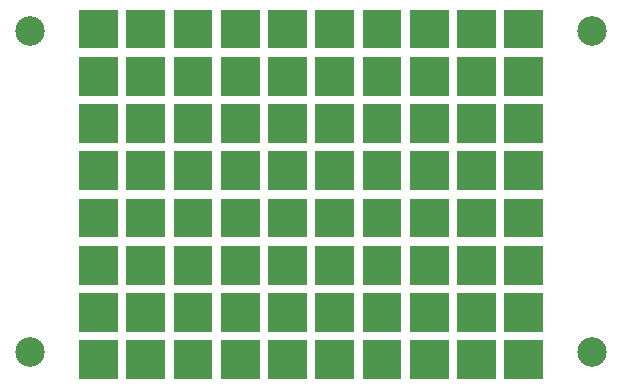
<source format=gbr>
%TF.GenerationSoftware,KiCad,Pcbnew,(6.0.10)*%
%TF.CreationDate,2023-01-10T20:09:20-08:00*%
%TF.ProjectId,pico8t-diffuser,7069636f-3874-42d6-9469-666675736572,rev?*%
%TF.SameCoordinates,Original*%
%TF.FileFunction,Soldermask,Bot*%
%TF.FilePolarity,Negative*%
%FSLAX46Y46*%
G04 Gerber Fmt 4.6, Leading zero omitted, Abs format (unit mm)*
G04 Created by KiCad (PCBNEW (6.0.10)) date 2023-01-10 20:09:20*
%MOMM*%
%LPD*%
G01*
G04 APERTURE LIST*
%ADD10C,0.120000*%
%ADD11C,2.500000*%
G04 APERTURE END LIST*
D10*
%TO.C,D42*%
X50410000Y-29580000D02*
X53610000Y-29580000D01*
X53610000Y-29580000D02*
X53610000Y-32780000D01*
X53610000Y-32780000D02*
X50410000Y-32780000D01*
X50410000Y-32780000D02*
X50410000Y-29580000D01*
G36*
X50410000Y-29580000D02*
G01*
X53610000Y-29580000D01*
X53610000Y-32780000D01*
X50410000Y-32780000D01*
X50410000Y-29580000D01*
G37*
%TO.C,D45*%
X62410000Y-29580000D02*
X65610000Y-29580000D01*
X65610000Y-29580000D02*
X65610000Y-32780000D01*
X65610000Y-32780000D02*
X62410000Y-32780000D01*
X62410000Y-32780000D02*
X62410000Y-29580000D01*
G36*
X62410000Y-29580000D02*
G01*
X65610000Y-29580000D01*
X65610000Y-32780000D01*
X62410000Y-32780000D01*
X62410000Y-29580000D01*
G37*
%TO.C,D51*%
X46410000Y-33580000D02*
X49610000Y-33580000D01*
X49610000Y-33580000D02*
X49610000Y-36780000D01*
X49610000Y-36780000D02*
X46410000Y-36780000D01*
X46410000Y-36780000D02*
X46410000Y-33580000D01*
G36*
X46410000Y-33580000D02*
G01*
X49610000Y-33580000D01*
X49610000Y-36780000D01*
X46410000Y-36780000D01*
X46410000Y-33580000D01*
G37*
%TO.C,D76*%
X66410000Y-41580000D02*
X69610000Y-41580000D01*
X69610000Y-41580000D02*
X69610000Y-44780000D01*
X69610000Y-44780000D02*
X66410000Y-44780000D01*
X66410000Y-44780000D02*
X66410000Y-41580000D01*
G36*
X66410000Y-41580000D02*
G01*
X69610000Y-41580000D01*
X69610000Y-44780000D01*
X66410000Y-44780000D01*
X66410000Y-41580000D01*
G37*
%TO.C,D73*%
X54410000Y-41580000D02*
X57610000Y-41580000D01*
X57610000Y-41580000D02*
X57610000Y-44780000D01*
X57610000Y-44780000D02*
X54410000Y-44780000D01*
X54410000Y-44780000D02*
X54410000Y-41580000D01*
G36*
X54410000Y-41580000D02*
G01*
X57610000Y-41580000D01*
X57610000Y-44780000D01*
X54410000Y-44780000D01*
X54410000Y-41580000D01*
G37*
%TO.C,D61*%
X46410000Y-37580000D02*
X49610000Y-37580000D01*
X49610000Y-37580000D02*
X49610000Y-40780000D01*
X49610000Y-40780000D02*
X46410000Y-40780000D01*
X46410000Y-40780000D02*
X46410000Y-37580000D01*
G36*
X46410000Y-37580000D02*
G01*
X49610000Y-37580000D01*
X49610000Y-40780000D01*
X46410000Y-40780000D01*
X46410000Y-37580000D01*
G37*
%TO.C,D14*%
X58410000Y-17580000D02*
X61610000Y-17580000D01*
X61610000Y-17580000D02*
X61610000Y-20780000D01*
X61610000Y-20780000D02*
X58410000Y-20780000D01*
X58410000Y-20780000D02*
X58410000Y-17580000D01*
G36*
X58410000Y-17580000D02*
G01*
X61610000Y-17580000D01*
X61610000Y-20780000D01*
X58410000Y-20780000D01*
X58410000Y-17580000D01*
G37*
%TO.C,D1*%
X46410000Y-13580000D02*
X49610000Y-13580000D01*
X49610000Y-13580000D02*
X49610000Y-16780000D01*
X49610000Y-16780000D02*
X46410000Y-16780000D01*
X46410000Y-16780000D02*
X46410000Y-13580000D01*
G36*
X46410000Y-13580000D02*
G01*
X49610000Y-13580000D01*
X49610000Y-16780000D01*
X46410000Y-16780000D01*
X46410000Y-13580000D01*
G37*
%TO.C,D24*%
X58410000Y-21580000D02*
X61610000Y-21580000D01*
X61610000Y-21580000D02*
X61610000Y-24780000D01*
X61610000Y-24780000D02*
X58410000Y-24780000D01*
X58410000Y-24780000D02*
X58410000Y-21580000D01*
G36*
X58410000Y-21580000D02*
G01*
X61610000Y-21580000D01*
X61610000Y-24780000D01*
X58410000Y-24780000D01*
X58410000Y-21580000D01*
G37*
%TO.C,D20*%
X42410000Y-21580000D02*
X45610000Y-21580000D01*
X45610000Y-21580000D02*
X45610000Y-24780000D01*
X45610000Y-24780000D02*
X42410000Y-24780000D01*
X42410000Y-24780000D02*
X42410000Y-21580000D01*
G36*
X42410000Y-21580000D02*
G01*
X45610000Y-21580000D01*
X45610000Y-24780000D01*
X42410000Y-24780000D01*
X42410000Y-21580000D01*
G37*
%TO.C,D33*%
X54410000Y-25580000D02*
X57610000Y-25580000D01*
X57610000Y-25580000D02*
X57610000Y-28780000D01*
X57610000Y-28780000D02*
X54410000Y-28780000D01*
X54410000Y-28780000D02*
X54410000Y-25580000D01*
G36*
X54410000Y-25580000D02*
G01*
X57610000Y-25580000D01*
X57610000Y-28780000D01*
X54410000Y-28780000D01*
X54410000Y-25580000D01*
G37*
%TO.C,D7*%
X70410000Y-13580000D02*
X73610000Y-13580000D01*
X73610000Y-13580000D02*
X73610000Y-16780000D01*
X73610000Y-16780000D02*
X70410000Y-16780000D01*
X70410000Y-16780000D02*
X70410000Y-13580000D01*
G36*
X70410000Y-13580000D02*
G01*
X73610000Y-13580000D01*
X73610000Y-16780000D01*
X70410000Y-16780000D01*
X70410000Y-13580000D01*
G37*
%TO.C,D59*%
X78410000Y-33580000D02*
X81610000Y-33580000D01*
X81610000Y-33580000D02*
X81610000Y-36780000D01*
X81610000Y-36780000D02*
X78410000Y-36780000D01*
X78410000Y-36780000D02*
X78410000Y-33580000D01*
G36*
X78410000Y-33580000D02*
G01*
X81610000Y-33580000D01*
X81610000Y-36780000D01*
X78410000Y-36780000D01*
X78410000Y-33580000D01*
G37*
%TO.C,D2*%
X50410000Y-13580000D02*
X53610000Y-13580000D01*
X53610000Y-13580000D02*
X53610000Y-16780000D01*
X53610000Y-16780000D02*
X50410000Y-16780000D01*
X50410000Y-16780000D02*
X50410000Y-13580000D01*
G36*
X50410000Y-13580000D02*
G01*
X53610000Y-13580000D01*
X53610000Y-16780000D01*
X50410000Y-16780000D01*
X50410000Y-13580000D01*
G37*
%TO.C,D5*%
X62410000Y-13580000D02*
X65610000Y-13580000D01*
X65610000Y-13580000D02*
X65610000Y-16780000D01*
X65610000Y-16780000D02*
X62410000Y-16780000D01*
X62410000Y-16780000D02*
X62410000Y-13580000D01*
G36*
X62410000Y-13580000D02*
G01*
X65610000Y-13580000D01*
X65610000Y-16780000D01*
X62410000Y-16780000D01*
X62410000Y-13580000D01*
G37*
%TO.C,D50*%
X42410000Y-33580000D02*
X45610000Y-33580000D01*
X45610000Y-33580000D02*
X45610000Y-36780000D01*
X45610000Y-36780000D02*
X42410000Y-36780000D01*
X42410000Y-36780000D02*
X42410000Y-33580000D01*
G36*
X42410000Y-33580000D02*
G01*
X45610000Y-33580000D01*
X45610000Y-36780000D01*
X42410000Y-36780000D01*
X42410000Y-33580000D01*
G37*
%TO.C,D9*%
X78410000Y-13580000D02*
X81610000Y-13580000D01*
X81610000Y-13580000D02*
X81610000Y-16780000D01*
X81610000Y-16780000D02*
X78410000Y-16780000D01*
X78410000Y-16780000D02*
X78410000Y-13580000D01*
G36*
X78410000Y-13580000D02*
G01*
X81610000Y-13580000D01*
X81610000Y-16780000D01*
X78410000Y-16780000D01*
X78410000Y-13580000D01*
G37*
%TO.C,D22*%
X50410000Y-21580000D02*
X53610000Y-21580000D01*
X53610000Y-21580000D02*
X53610000Y-24780000D01*
X53610000Y-24780000D02*
X50410000Y-24780000D01*
X50410000Y-24780000D02*
X50410000Y-21580000D01*
G36*
X50410000Y-21580000D02*
G01*
X53610000Y-21580000D01*
X53610000Y-24780000D01*
X50410000Y-24780000D01*
X50410000Y-21580000D01*
G37*
%TO.C,D28*%
X74410000Y-21580000D02*
X77610000Y-21580000D01*
X77610000Y-21580000D02*
X77610000Y-24780000D01*
X77610000Y-24780000D02*
X74410000Y-24780000D01*
X74410000Y-24780000D02*
X74410000Y-21580000D01*
G36*
X74410000Y-21580000D02*
G01*
X77610000Y-21580000D01*
X77610000Y-24780000D01*
X74410000Y-24780000D01*
X74410000Y-21580000D01*
G37*
%TO.C,D46*%
X66410000Y-29580000D02*
X69610000Y-29580000D01*
X69610000Y-29580000D02*
X69610000Y-32780000D01*
X69610000Y-32780000D02*
X66410000Y-32780000D01*
X66410000Y-32780000D02*
X66410000Y-29580000D01*
G36*
X66410000Y-29580000D02*
G01*
X69610000Y-29580000D01*
X69610000Y-32780000D01*
X66410000Y-32780000D01*
X66410000Y-29580000D01*
G37*
%TO.C,D17*%
X70410000Y-17580000D02*
X73610000Y-17580000D01*
X73610000Y-17580000D02*
X73610000Y-20780000D01*
X73610000Y-20780000D02*
X70410000Y-20780000D01*
X70410000Y-20780000D02*
X70410000Y-17580000D01*
G36*
X70410000Y-17580000D02*
G01*
X73610000Y-17580000D01*
X73610000Y-20780000D01*
X70410000Y-20780000D01*
X70410000Y-17580000D01*
G37*
%TO.C,D29*%
X78410000Y-21580000D02*
X81610000Y-21580000D01*
X81610000Y-21580000D02*
X81610000Y-24780000D01*
X81610000Y-24780000D02*
X78410000Y-24780000D01*
X78410000Y-24780000D02*
X78410000Y-21580000D01*
G36*
X78410000Y-21580000D02*
G01*
X81610000Y-21580000D01*
X81610000Y-24780000D01*
X78410000Y-24780000D01*
X78410000Y-21580000D01*
G37*
%TO.C,D18*%
X74410000Y-17580000D02*
X77610000Y-17580000D01*
X77610000Y-17580000D02*
X77610000Y-20780000D01*
X77610000Y-20780000D02*
X74410000Y-20780000D01*
X74410000Y-20780000D02*
X74410000Y-17580000D01*
G36*
X74410000Y-17580000D02*
G01*
X77610000Y-17580000D01*
X77610000Y-20780000D01*
X74410000Y-20780000D01*
X74410000Y-17580000D01*
G37*
%TO.C,D37*%
X70410000Y-25580000D02*
X73610000Y-25580000D01*
X73610000Y-25580000D02*
X73610000Y-28780000D01*
X73610000Y-28780000D02*
X70410000Y-28780000D01*
X70410000Y-28780000D02*
X70410000Y-25580000D01*
G36*
X70410000Y-25580000D02*
G01*
X73610000Y-25580000D01*
X73610000Y-28780000D01*
X70410000Y-28780000D01*
X70410000Y-25580000D01*
G37*
%TO.C,D56*%
X66410000Y-33580000D02*
X69610000Y-33580000D01*
X69610000Y-33580000D02*
X69610000Y-36780000D01*
X69610000Y-36780000D02*
X66410000Y-36780000D01*
X66410000Y-36780000D02*
X66410000Y-33580000D01*
G36*
X66410000Y-33580000D02*
G01*
X69610000Y-33580000D01*
X69610000Y-36780000D01*
X66410000Y-36780000D01*
X66410000Y-33580000D01*
G37*
%TO.C,D19*%
X78410000Y-17580000D02*
X81610000Y-17580000D01*
X81610000Y-17580000D02*
X81610000Y-20780000D01*
X81610000Y-20780000D02*
X78410000Y-20780000D01*
X78410000Y-20780000D02*
X78410000Y-17580000D01*
G36*
X78410000Y-17580000D02*
G01*
X81610000Y-17580000D01*
X81610000Y-20780000D01*
X78410000Y-20780000D01*
X78410000Y-17580000D01*
G37*
%TO.C,D53*%
X54410000Y-33580000D02*
X57610000Y-33580000D01*
X57610000Y-33580000D02*
X57610000Y-36780000D01*
X57610000Y-36780000D02*
X54410000Y-36780000D01*
X54410000Y-36780000D02*
X54410000Y-33580000D01*
G36*
X54410000Y-33580000D02*
G01*
X57610000Y-33580000D01*
X57610000Y-36780000D01*
X54410000Y-36780000D01*
X54410000Y-33580000D01*
G37*
%TO.C,D47*%
X70410000Y-29580000D02*
X73610000Y-29580000D01*
X73610000Y-29580000D02*
X73610000Y-32780000D01*
X73610000Y-32780000D02*
X70410000Y-32780000D01*
X70410000Y-32780000D02*
X70410000Y-29580000D01*
G36*
X70410000Y-29580000D02*
G01*
X73610000Y-29580000D01*
X73610000Y-32780000D01*
X70410000Y-32780000D01*
X70410000Y-29580000D01*
G37*
%TO.C,D69*%
X78410000Y-37580000D02*
X81610000Y-37580000D01*
X81610000Y-37580000D02*
X81610000Y-40780000D01*
X81610000Y-40780000D02*
X78410000Y-40780000D01*
X78410000Y-40780000D02*
X78410000Y-37580000D01*
G36*
X78410000Y-37580000D02*
G01*
X81610000Y-37580000D01*
X81610000Y-40780000D01*
X78410000Y-40780000D01*
X78410000Y-37580000D01*
G37*
%TO.C,D67*%
X70410000Y-37580000D02*
X73610000Y-37580000D01*
X73610000Y-37580000D02*
X73610000Y-40780000D01*
X73610000Y-40780000D02*
X70410000Y-40780000D01*
X70410000Y-40780000D02*
X70410000Y-37580000D01*
G36*
X70410000Y-37580000D02*
G01*
X73610000Y-37580000D01*
X73610000Y-40780000D01*
X70410000Y-40780000D01*
X70410000Y-37580000D01*
G37*
%TO.C,D43*%
X54410000Y-29580000D02*
X57610000Y-29580000D01*
X57610000Y-29580000D02*
X57610000Y-32780000D01*
X57610000Y-32780000D02*
X54410000Y-32780000D01*
X54410000Y-32780000D02*
X54410000Y-29580000D01*
G36*
X54410000Y-29580000D02*
G01*
X57610000Y-29580000D01*
X57610000Y-32780000D01*
X54410000Y-32780000D01*
X54410000Y-29580000D01*
G37*
%TO.C,D68*%
X74410000Y-37580000D02*
X77610000Y-37580000D01*
X77610000Y-37580000D02*
X77610000Y-40780000D01*
X77610000Y-40780000D02*
X74410000Y-40780000D01*
X74410000Y-40780000D02*
X74410000Y-37580000D01*
G36*
X74410000Y-37580000D02*
G01*
X77610000Y-37580000D01*
X77610000Y-40780000D01*
X74410000Y-40780000D01*
X74410000Y-37580000D01*
G37*
%TO.C,D58*%
X74410000Y-33580000D02*
X77610000Y-33580000D01*
X77610000Y-33580000D02*
X77610000Y-36780000D01*
X77610000Y-36780000D02*
X74410000Y-36780000D01*
X74410000Y-36780000D02*
X74410000Y-33580000D01*
G36*
X74410000Y-33580000D02*
G01*
X77610000Y-33580000D01*
X77610000Y-36780000D01*
X74410000Y-36780000D01*
X74410000Y-33580000D01*
G37*
%TO.C,D64*%
X58410000Y-37580000D02*
X61610000Y-37580000D01*
X61610000Y-37580000D02*
X61610000Y-40780000D01*
X61610000Y-40780000D02*
X58410000Y-40780000D01*
X58410000Y-40780000D02*
X58410000Y-37580000D01*
G36*
X58410000Y-37580000D02*
G01*
X61610000Y-37580000D01*
X61610000Y-40780000D01*
X58410000Y-40780000D01*
X58410000Y-37580000D01*
G37*
%TO.C,D71*%
X46410000Y-41580000D02*
X49610000Y-41580000D01*
X49610000Y-41580000D02*
X49610000Y-44780000D01*
X49610000Y-44780000D02*
X46410000Y-44780000D01*
X46410000Y-44780000D02*
X46410000Y-41580000D01*
G36*
X46410000Y-41580000D02*
G01*
X49610000Y-41580000D01*
X49610000Y-44780000D01*
X46410000Y-44780000D01*
X46410000Y-41580000D01*
G37*
%TO.C,D0*%
X42410000Y-13580000D02*
X45610000Y-13580000D01*
X45610000Y-13580000D02*
X45610000Y-16780000D01*
X45610000Y-16780000D02*
X42410000Y-16780000D01*
X42410000Y-16780000D02*
X42410000Y-13580000D01*
G36*
X42410000Y-13580000D02*
G01*
X45610000Y-13580000D01*
X45610000Y-16780000D01*
X42410000Y-16780000D01*
X42410000Y-13580000D01*
G37*
%TO.C,D26*%
X66410000Y-21580000D02*
X69610000Y-21580000D01*
X69610000Y-21580000D02*
X69610000Y-24780000D01*
X69610000Y-24780000D02*
X66410000Y-24780000D01*
X66410000Y-24780000D02*
X66410000Y-21580000D01*
G36*
X66410000Y-21580000D02*
G01*
X69610000Y-21580000D01*
X69610000Y-24780000D01*
X66410000Y-24780000D01*
X66410000Y-21580000D01*
G37*
%TO.C,D4*%
X58410000Y-13580000D02*
X61610000Y-13580000D01*
X61610000Y-13580000D02*
X61610000Y-16780000D01*
X61610000Y-16780000D02*
X58410000Y-16780000D01*
X58410000Y-16780000D02*
X58410000Y-13580000D01*
G36*
X58410000Y-13580000D02*
G01*
X61610000Y-13580000D01*
X61610000Y-16780000D01*
X58410000Y-16780000D01*
X58410000Y-13580000D01*
G37*
%TO.C,D40*%
X42410000Y-29580000D02*
X45610000Y-29580000D01*
X45610000Y-29580000D02*
X45610000Y-32780000D01*
X45610000Y-32780000D02*
X42410000Y-32780000D01*
X42410000Y-32780000D02*
X42410000Y-29580000D01*
G36*
X42410000Y-29580000D02*
G01*
X45610000Y-29580000D01*
X45610000Y-32780000D01*
X42410000Y-32780000D01*
X42410000Y-29580000D01*
G37*
%TO.C,D60*%
X42410000Y-37580000D02*
X45610000Y-37580000D01*
X45610000Y-37580000D02*
X45610000Y-40780000D01*
X45610000Y-40780000D02*
X42410000Y-40780000D01*
X42410000Y-40780000D02*
X42410000Y-37580000D01*
G36*
X42410000Y-37580000D02*
G01*
X45610000Y-37580000D01*
X45610000Y-40780000D01*
X42410000Y-40780000D01*
X42410000Y-37580000D01*
G37*
%TO.C,D31*%
X46410000Y-25580000D02*
X49610000Y-25580000D01*
X49610000Y-25580000D02*
X49610000Y-28780000D01*
X49610000Y-28780000D02*
X46410000Y-28780000D01*
X46410000Y-28780000D02*
X46410000Y-25580000D01*
G36*
X46410000Y-25580000D02*
G01*
X49610000Y-25580000D01*
X49610000Y-28780000D01*
X46410000Y-28780000D01*
X46410000Y-25580000D01*
G37*
%TO.C,D36*%
X66410000Y-25580000D02*
X69610000Y-25580000D01*
X69610000Y-25580000D02*
X69610000Y-28780000D01*
X69610000Y-28780000D02*
X66410000Y-28780000D01*
X66410000Y-28780000D02*
X66410000Y-25580000D01*
G36*
X66410000Y-25580000D02*
G01*
X69610000Y-25580000D01*
X69610000Y-28780000D01*
X66410000Y-28780000D01*
X66410000Y-25580000D01*
G37*
%TO.C,D52*%
X50410000Y-33580000D02*
X53610000Y-33580000D01*
X53610000Y-33580000D02*
X53610000Y-36780000D01*
X53610000Y-36780000D02*
X50410000Y-36780000D01*
X50410000Y-36780000D02*
X50410000Y-33580000D01*
G36*
X50410000Y-33580000D02*
G01*
X53610000Y-33580000D01*
X53610000Y-36780000D01*
X50410000Y-36780000D01*
X50410000Y-33580000D01*
G37*
%TO.C,D39*%
X78410000Y-25580000D02*
X81610000Y-25580000D01*
X81610000Y-25580000D02*
X81610000Y-28780000D01*
X81610000Y-28780000D02*
X78410000Y-28780000D01*
X78410000Y-28780000D02*
X78410000Y-25580000D01*
G36*
X78410000Y-25580000D02*
G01*
X81610000Y-25580000D01*
X81610000Y-28780000D01*
X78410000Y-28780000D01*
X78410000Y-25580000D01*
G37*
%TO.C,D49*%
X78410000Y-29580000D02*
X81610000Y-29580000D01*
X81610000Y-29580000D02*
X81610000Y-32780000D01*
X81610000Y-32780000D02*
X78410000Y-32780000D01*
X78410000Y-32780000D02*
X78410000Y-29580000D01*
G36*
X78410000Y-29580000D02*
G01*
X81610000Y-29580000D01*
X81610000Y-32780000D01*
X78410000Y-32780000D01*
X78410000Y-29580000D01*
G37*
%TO.C,D38*%
X74410000Y-25580000D02*
X77610000Y-25580000D01*
X77610000Y-25580000D02*
X77610000Y-28780000D01*
X77610000Y-28780000D02*
X74410000Y-28780000D01*
X74410000Y-28780000D02*
X74410000Y-25580000D01*
G36*
X74410000Y-25580000D02*
G01*
X77610000Y-25580000D01*
X77610000Y-28780000D01*
X74410000Y-28780000D01*
X74410000Y-25580000D01*
G37*
%TO.C,D62*%
X50410000Y-37580000D02*
X53610000Y-37580000D01*
X53610000Y-37580000D02*
X53610000Y-40780000D01*
X53610000Y-40780000D02*
X50410000Y-40780000D01*
X50410000Y-40780000D02*
X50410000Y-37580000D01*
G36*
X50410000Y-37580000D02*
G01*
X53610000Y-37580000D01*
X53610000Y-40780000D01*
X50410000Y-40780000D01*
X50410000Y-37580000D01*
G37*
%TO.C,D8*%
X74410000Y-13580000D02*
X77610000Y-13580000D01*
X77610000Y-13580000D02*
X77610000Y-16780000D01*
X77610000Y-16780000D02*
X74410000Y-16780000D01*
X74410000Y-16780000D02*
X74410000Y-13580000D01*
G36*
X74410000Y-13580000D02*
G01*
X77610000Y-13580000D01*
X77610000Y-16780000D01*
X74410000Y-16780000D01*
X74410000Y-13580000D01*
G37*
%TO.C,D34*%
X58410000Y-25580000D02*
X61610000Y-25580000D01*
X61610000Y-25580000D02*
X61610000Y-28780000D01*
X61610000Y-28780000D02*
X58410000Y-28780000D01*
X58410000Y-28780000D02*
X58410000Y-25580000D01*
G36*
X58410000Y-25580000D02*
G01*
X61610000Y-25580000D01*
X61610000Y-28780000D01*
X58410000Y-28780000D01*
X58410000Y-25580000D01*
G37*
%TO.C,D55*%
X62410000Y-33580000D02*
X65610000Y-33580000D01*
X65610000Y-33580000D02*
X65610000Y-36780000D01*
X65610000Y-36780000D02*
X62410000Y-36780000D01*
X62410000Y-36780000D02*
X62410000Y-33580000D01*
G36*
X62410000Y-33580000D02*
G01*
X65610000Y-33580000D01*
X65610000Y-36780000D01*
X62410000Y-36780000D01*
X62410000Y-33580000D01*
G37*
%TO.C,D75*%
X62410000Y-41580000D02*
X65610000Y-41580000D01*
X65610000Y-41580000D02*
X65610000Y-44780000D01*
X65610000Y-44780000D02*
X62410000Y-44780000D01*
X62410000Y-44780000D02*
X62410000Y-41580000D01*
G36*
X62410000Y-41580000D02*
G01*
X65610000Y-41580000D01*
X65610000Y-44780000D01*
X62410000Y-44780000D01*
X62410000Y-41580000D01*
G37*
%TO.C,D74*%
X58410000Y-41580000D02*
X61610000Y-41580000D01*
X61610000Y-41580000D02*
X61610000Y-44780000D01*
X61610000Y-44780000D02*
X58410000Y-44780000D01*
X58410000Y-44780000D02*
X58410000Y-41580000D01*
G36*
X58410000Y-41580000D02*
G01*
X61610000Y-41580000D01*
X61610000Y-44780000D01*
X58410000Y-44780000D01*
X58410000Y-41580000D01*
G37*
%TO.C,D70*%
X42410000Y-41580000D02*
X45610000Y-41580000D01*
X45610000Y-41580000D02*
X45610000Y-44780000D01*
X45610000Y-44780000D02*
X42410000Y-44780000D01*
X42410000Y-44780000D02*
X42410000Y-41580000D01*
G36*
X42410000Y-41580000D02*
G01*
X45610000Y-41580000D01*
X45610000Y-44780000D01*
X42410000Y-44780000D01*
X42410000Y-41580000D01*
G37*
%TO.C,D54*%
X58410000Y-33580000D02*
X61610000Y-33580000D01*
X61610000Y-33580000D02*
X61610000Y-36780000D01*
X61610000Y-36780000D02*
X58410000Y-36780000D01*
X58410000Y-36780000D02*
X58410000Y-33580000D01*
G36*
X58410000Y-33580000D02*
G01*
X61610000Y-33580000D01*
X61610000Y-36780000D01*
X58410000Y-36780000D01*
X58410000Y-33580000D01*
G37*
%TO.C,D25*%
X62410000Y-21580000D02*
X65610000Y-21580000D01*
X65610000Y-21580000D02*
X65610000Y-24780000D01*
X65610000Y-24780000D02*
X62410000Y-24780000D01*
X62410000Y-24780000D02*
X62410000Y-21580000D01*
G36*
X62410000Y-21580000D02*
G01*
X65610000Y-21580000D01*
X65610000Y-24780000D01*
X62410000Y-24780000D01*
X62410000Y-21580000D01*
G37*
%TO.C,D66*%
X66410000Y-37580000D02*
X69610000Y-37580000D01*
X69610000Y-37580000D02*
X69610000Y-40780000D01*
X69610000Y-40780000D02*
X66410000Y-40780000D01*
X66410000Y-40780000D02*
X66410000Y-37580000D01*
G36*
X66410000Y-37580000D02*
G01*
X69610000Y-37580000D01*
X69610000Y-40780000D01*
X66410000Y-40780000D01*
X66410000Y-37580000D01*
G37*
%TO.C,D12*%
X50410000Y-17580000D02*
X53610000Y-17580000D01*
X53610000Y-17580000D02*
X53610000Y-20780000D01*
X53610000Y-20780000D02*
X50410000Y-20780000D01*
X50410000Y-20780000D02*
X50410000Y-17580000D01*
G36*
X50410000Y-17580000D02*
G01*
X53610000Y-17580000D01*
X53610000Y-20780000D01*
X50410000Y-20780000D01*
X50410000Y-17580000D01*
G37*
%TO.C,D13*%
X54410000Y-17580000D02*
X57610000Y-17580000D01*
X57610000Y-17580000D02*
X57610000Y-20780000D01*
X57610000Y-20780000D02*
X54410000Y-20780000D01*
X54410000Y-20780000D02*
X54410000Y-17580000D01*
G36*
X54410000Y-17580000D02*
G01*
X57610000Y-17580000D01*
X57610000Y-20780000D01*
X54410000Y-20780000D01*
X54410000Y-17580000D01*
G37*
%TO.C,D48*%
X74410000Y-29580000D02*
X77610000Y-29580000D01*
X77610000Y-29580000D02*
X77610000Y-32780000D01*
X77610000Y-32780000D02*
X74410000Y-32780000D01*
X74410000Y-32780000D02*
X74410000Y-29580000D01*
G36*
X74410000Y-29580000D02*
G01*
X77610000Y-29580000D01*
X77610000Y-32780000D01*
X74410000Y-32780000D01*
X74410000Y-29580000D01*
G37*
%TO.C,D63*%
X54410000Y-37580000D02*
X57610000Y-37580000D01*
X57610000Y-37580000D02*
X57610000Y-40780000D01*
X57610000Y-40780000D02*
X54410000Y-40780000D01*
X54410000Y-40780000D02*
X54410000Y-37580000D01*
G36*
X54410000Y-37580000D02*
G01*
X57610000Y-37580000D01*
X57610000Y-40780000D01*
X54410000Y-40780000D01*
X54410000Y-37580000D01*
G37*
%TO.C,D44*%
X58410000Y-29580000D02*
X61610000Y-29580000D01*
X61610000Y-29580000D02*
X61610000Y-32780000D01*
X61610000Y-32780000D02*
X58410000Y-32780000D01*
X58410000Y-32780000D02*
X58410000Y-29580000D01*
G36*
X58410000Y-29580000D02*
G01*
X61610000Y-29580000D01*
X61610000Y-32780000D01*
X58410000Y-32780000D01*
X58410000Y-29580000D01*
G37*
%TO.C,D16*%
X66410000Y-17580000D02*
X69610000Y-17580000D01*
X69610000Y-17580000D02*
X69610000Y-20780000D01*
X69610000Y-20780000D02*
X66410000Y-20780000D01*
X66410000Y-20780000D02*
X66410000Y-17580000D01*
G36*
X66410000Y-17580000D02*
G01*
X69610000Y-17580000D01*
X69610000Y-20780000D01*
X66410000Y-20780000D01*
X66410000Y-17580000D01*
G37*
%TO.C,D6*%
X66410000Y-13580000D02*
X69610000Y-13580000D01*
X69610000Y-13580000D02*
X69610000Y-16780000D01*
X69610000Y-16780000D02*
X66410000Y-16780000D01*
X66410000Y-16780000D02*
X66410000Y-13580000D01*
G36*
X66410000Y-13580000D02*
G01*
X69610000Y-13580000D01*
X69610000Y-16780000D01*
X66410000Y-16780000D01*
X66410000Y-13580000D01*
G37*
%TO.C,D10*%
X42410000Y-17580000D02*
X45610000Y-17580000D01*
X45610000Y-17580000D02*
X45610000Y-20780000D01*
X45610000Y-20780000D02*
X42410000Y-20780000D01*
X42410000Y-20780000D02*
X42410000Y-17580000D01*
G36*
X42410000Y-17580000D02*
G01*
X45610000Y-17580000D01*
X45610000Y-20780000D01*
X42410000Y-20780000D01*
X42410000Y-17580000D01*
G37*
%TO.C,D79*%
X78410000Y-41580000D02*
X81610000Y-41580000D01*
X81610000Y-41580000D02*
X81610000Y-44780000D01*
X81610000Y-44780000D02*
X78410000Y-44780000D01*
X78410000Y-44780000D02*
X78410000Y-41580000D01*
G36*
X78410000Y-41580000D02*
G01*
X81610000Y-41580000D01*
X81610000Y-44780000D01*
X78410000Y-44780000D01*
X78410000Y-41580000D01*
G37*
%TO.C,D65*%
X62410000Y-37580000D02*
X65610000Y-37580000D01*
X65610000Y-37580000D02*
X65610000Y-40780000D01*
X65610000Y-40780000D02*
X62410000Y-40780000D01*
X62410000Y-40780000D02*
X62410000Y-37580000D01*
G36*
X62410000Y-37580000D02*
G01*
X65610000Y-37580000D01*
X65610000Y-40780000D01*
X62410000Y-40780000D01*
X62410000Y-37580000D01*
G37*
%TO.C,D57*%
X70410000Y-33580000D02*
X73610000Y-33580000D01*
X73610000Y-33580000D02*
X73610000Y-36780000D01*
X73610000Y-36780000D02*
X70410000Y-36780000D01*
X70410000Y-36780000D02*
X70410000Y-33580000D01*
G36*
X70410000Y-33580000D02*
G01*
X73610000Y-33580000D01*
X73610000Y-36780000D01*
X70410000Y-36780000D01*
X70410000Y-33580000D01*
G37*
%TO.C,D78*%
X74410000Y-41580000D02*
X77610000Y-41580000D01*
X77610000Y-41580000D02*
X77610000Y-44780000D01*
X77610000Y-44780000D02*
X74410000Y-44780000D01*
X74410000Y-44780000D02*
X74410000Y-41580000D01*
G36*
X74410000Y-41580000D02*
G01*
X77610000Y-41580000D01*
X77610000Y-44780000D01*
X74410000Y-44780000D01*
X74410000Y-41580000D01*
G37*
%TO.C,D32*%
X50410000Y-25580000D02*
X53610000Y-25580000D01*
X53610000Y-25580000D02*
X53610000Y-28780000D01*
X53610000Y-28780000D02*
X50410000Y-28780000D01*
X50410000Y-28780000D02*
X50410000Y-25580000D01*
G36*
X50410000Y-25580000D02*
G01*
X53610000Y-25580000D01*
X53610000Y-28780000D01*
X50410000Y-28780000D01*
X50410000Y-25580000D01*
G37*
%TO.C,D27*%
X70410000Y-21580000D02*
X73610000Y-21580000D01*
X73610000Y-21580000D02*
X73610000Y-24780000D01*
X73610000Y-24780000D02*
X70410000Y-24780000D01*
X70410000Y-24780000D02*
X70410000Y-21580000D01*
G36*
X70410000Y-21580000D02*
G01*
X73610000Y-21580000D01*
X73610000Y-24780000D01*
X70410000Y-24780000D01*
X70410000Y-21580000D01*
G37*
%TO.C,D15*%
X62410000Y-17580000D02*
X65610000Y-17580000D01*
X65610000Y-17580000D02*
X65610000Y-20780000D01*
X65610000Y-20780000D02*
X62410000Y-20780000D01*
X62410000Y-20780000D02*
X62410000Y-17580000D01*
G36*
X62410000Y-17580000D02*
G01*
X65610000Y-17580000D01*
X65610000Y-20780000D01*
X62410000Y-20780000D01*
X62410000Y-17580000D01*
G37*
%TO.C,D30*%
X42410000Y-25580000D02*
X45610000Y-25580000D01*
X45610000Y-25580000D02*
X45610000Y-28780000D01*
X45610000Y-28780000D02*
X42410000Y-28780000D01*
X42410000Y-28780000D02*
X42410000Y-25580000D01*
G36*
X42410000Y-25580000D02*
G01*
X45610000Y-25580000D01*
X45610000Y-28780000D01*
X42410000Y-28780000D01*
X42410000Y-25580000D01*
G37*
%TO.C,D41*%
X46410000Y-29580000D02*
X49610000Y-29580000D01*
X49610000Y-29580000D02*
X49610000Y-32780000D01*
X49610000Y-32780000D02*
X46410000Y-32780000D01*
X46410000Y-32780000D02*
X46410000Y-29580000D01*
G36*
X46410000Y-29580000D02*
G01*
X49610000Y-29580000D01*
X49610000Y-32780000D01*
X46410000Y-32780000D01*
X46410000Y-29580000D01*
G37*
%TO.C,D35*%
X62410000Y-25580000D02*
X65610000Y-25580000D01*
X65610000Y-25580000D02*
X65610000Y-28780000D01*
X65610000Y-28780000D02*
X62410000Y-28780000D01*
X62410000Y-28780000D02*
X62410000Y-25580000D01*
G36*
X62410000Y-25580000D02*
G01*
X65610000Y-25580000D01*
X65610000Y-28780000D01*
X62410000Y-28780000D01*
X62410000Y-25580000D01*
G37*
%TO.C,D3*%
X54410000Y-13580000D02*
X57610000Y-13580000D01*
X57610000Y-13580000D02*
X57610000Y-16780000D01*
X57610000Y-16780000D02*
X54410000Y-16780000D01*
X54410000Y-16780000D02*
X54410000Y-13580000D01*
G36*
X54410000Y-13580000D02*
G01*
X57610000Y-13580000D01*
X57610000Y-16780000D01*
X54410000Y-16780000D01*
X54410000Y-13580000D01*
G37*
%TO.C,D21*%
X46410000Y-21580000D02*
X49610000Y-21580000D01*
X49610000Y-21580000D02*
X49610000Y-24780000D01*
X49610000Y-24780000D02*
X46410000Y-24780000D01*
X46410000Y-24780000D02*
X46410000Y-21580000D01*
G36*
X46410000Y-21580000D02*
G01*
X49610000Y-21580000D01*
X49610000Y-24780000D01*
X46410000Y-24780000D01*
X46410000Y-21580000D01*
G37*
%TO.C,D23*%
X54410000Y-21580000D02*
X57610000Y-21580000D01*
X57610000Y-21580000D02*
X57610000Y-24780000D01*
X57610000Y-24780000D02*
X54410000Y-24780000D01*
X54410000Y-24780000D02*
X54410000Y-21580000D01*
G36*
X54410000Y-21580000D02*
G01*
X57610000Y-21580000D01*
X57610000Y-24780000D01*
X54410000Y-24780000D01*
X54410000Y-21580000D01*
G37*
%TO.C,D77*%
X70410000Y-41580000D02*
X73610000Y-41580000D01*
X73610000Y-41580000D02*
X73610000Y-44780000D01*
X73610000Y-44780000D02*
X70410000Y-44780000D01*
X70410000Y-44780000D02*
X70410000Y-41580000D01*
G36*
X70410000Y-41580000D02*
G01*
X73610000Y-41580000D01*
X73610000Y-44780000D01*
X70410000Y-44780000D01*
X70410000Y-41580000D01*
G37*
%TO.C,D11*%
X46410000Y-17580000D02*
X49610000Y-17580000D01*
X49610000Y-17580000D02*
X49610000Y-20780000D01*
X49610000Y-20780000D02*
X46410000Y-20780000D01*
X46410000Y-20780000D02*
X46410000Y-17580000D01*
G36*
X46410000Y-17580000D02*
G01*
X49610000Y-17580000D01*
X49610000Y-20780000D01*
X46410000Y-20780000D01*
X46410000Y-17580000D01*
G37*
%TO.C,D72*%
X50410000Y-41580000D02*
X53610000Y-41580000D01*
X53610000Y-41580000D02*
X53610000Y-44780000D01*
X53610000Y-44780000D02*
X50410000Y-44780000D01*
X50410000Y-44780000D02*
X50410000Y-41580000D01*
G36*
X50410000Y-41580000D02*
G01*
X53610000Y-41580000D01*
X53610000Y-44780000D01*
X50410000Y-44780000D01*
X50410000Y-41580000D01*
G37*
%TD*%
D11*
%TO.C,REF\u002A\u002A*%
X85810000Y-42554000D03*
%TD*%
%TO.C,REF\u002A\u002A*%
X38210000Y-15420000D03*
%TD*%
%TO.C,REF\u002A\u002A*%
X38210000Y-42554000D03*
%TD*%
%TO.C,REF\u002A\u002A*%
X85810000Y-15420000D03*
%TD*%
M02*

</source>
